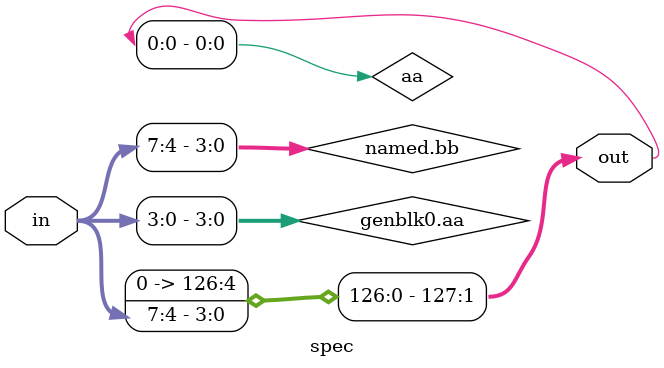
<source format=sv>

module spec (input logic [127:0] in,
	     output wire [127:0] out);

  begin
    wire [3:0] aa = in[3:0];
  end

  begin : named
    wire [3:0] bb = in[7:4];
  end

  assign out = { named.bb, aa } ;

endmodule

</source>
